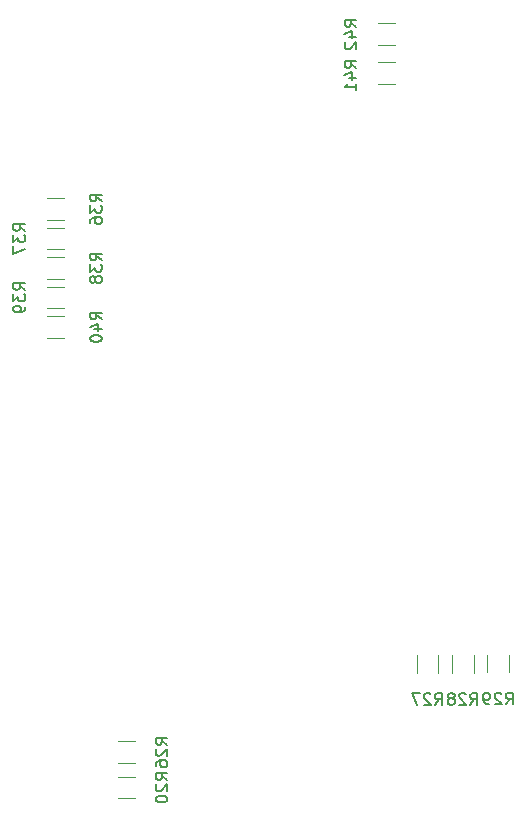
<source format=gbr>
%TF.GenerationSoftware,KiCad,Pcbnew,8.0.5*%
%TF.CreationDate,2025-01-28T10:33:54+01:00*%
%TF.ProjectId,PowerBoard,506f7765-7242-46f6-9172-642e6b696361,rev?*%
%TF.SameCoordinates,Original*%
%TF.FileFunction,Legend,Bot*%
%TF.FilePolarity,Positive*%
%FSLAX46Y46*%
G04 Gerber Fmt 4.6, Leading zero omitted, Abs format (unit mm)*
G04 Created by KiCad (PCBNEW 8.0.5) date 2025-01-28 10:33:54*
%MOMM*%
%LPD*%
G01*
G04 APERTURE LIST*
%ADD10C,0.150000*%
%ADD11C,0.120000*%
G04 APERTURE END LIST*
D10*
X160992319Y-38067142D02*
X160516128Y-37733809D01*
X160992319Y-37495714D02*
X159992319Y-37495714D01*
X159992319Y-37495714D02*
X159992319Y-37876666D01*
X159992319Y-37876666D02*
X160039938Y-37971904D01*
X160039938Y-37971904D02*
X160087557Y-38019523D01*
X160087557Y-38019523D02*
X160182795Y-38067142D01*
X160182795Y-38067142D02*
X160325652Y-38067142D01*
X160325652Y-38067142D02*
X160420890Y-38019523D01*
X160420890Y-38019523D02*
X160468509Y-37971904D01*
X160468509Y-37971904D02*
X160516128Y-37876666D01*
X160516128Y-37876666D02*
X160516128Y-37495714D01*
X160325652Y-38924285D02*
X160992319Y-38924285D01*
X159944700Y-38686190D02*
X160658985Y-38448095D01*
X160658985Y-38448095D02*
X160658985Y-39067142D01*
X160992319Y-39971904D02*
X160992319Y-39400476D01*
X160992319Y-39686190D02*
X159992319Y-39686190D01*
X159992319Y-39686190D02*
X160135176Y-39590952D01*
X160135176Y-39590952D02*
X160230414Y-39495714D01*
X160230414Y-39495714D02*
X160278033Y-39400476D01*
X173642857Y-91954819D02*
X173976190Y-91478628D01*
X174214285Y-91954819D02*
X174214285Y-90954819D01*
X174214285Y-90954819D02*
X173833333Y-90954819D01*
X173833333Y-90954819D02*
X173738095Y-91002438D01*
X173738095Y-91002438D02*
X173690476Y-91050057D01*
X173690476Y-91050057D02*
X173642857Y-91145295D01*
X173642857Y-91145295D02*
X173642857Y-91288152D01*
X173642857Y-91288152D02*
X173690476Y-91383390D01*
X173690476Y-91383390D02*
X173738095Y-91431009D01*
X173738095Y-91431009D02*
X173833333Y-91478628D01*
X173833333Y-91478628D02*
X174214285Y-91478628D01*
X173261904Y-91050057D02*
X173214285Y-91002438D01*
X173214285Y-91002438D02*
X173119047Y-90954819D01*
X173119047Y-90954819D02*
X172880952Y-90954819D01*
X172880952Y-90954819D02*
X172785714Y-91002438D01*
X172785714Y-91002438D02*
X172738095Y-91050057D01*
X172738095Y-91050057D02*
X172690476Y-91145295D01*
X172690476Y-91145295D02*
X172690476Y-91240533D01*
X172690476Y-91240533D02*
X172738095Y-91383390D01*
X172738095Y-91383390D02*
X173309523Y-91954819D01*
X173309523Y-91954819D02*
X172690476Y-91954819D01*
X172214285Y-91954819D02*
X172023809Y-91954819D01*
X172023809Y-91954819D02*
X171928571Y-91907200D01*
X171928571Y-91907200D02*
X171880952Y-91859580D01*
X171880952Y-91859580D02*
X171785714Y-91716723D01*
X171785714Y-91716723D02*
X171738095Y-91526247D01*
X171738095Y-91526247D02*
X171738095Y-91145295D01*
X171738095Y-91145295D02*
X171785714Y-91050057D01*
X171785714Y-91050057D02*
X171833333Y-91002438D01*
X171833333Y-91002438D02*
X171928571Y-90954819D01*
X171928571Y-90954819D02*
X172119047Y-90954819D01*
X172119047Y-90954819D02*
X172214285Y-91002438D01*
X172214285Y-91002438D02*
X172261904Y-91050057D01*
X172261904Y-91050057D02*
X172309523Y-91145295D01*
X172309523Y-91145295D02*
X172309523Y-91383390D01*
X172309523Y-91383390D02*
X172261904Y-91478628D01*
X172261904Y-91478628D02*
X172214285Y-91526247D01*
X172214285Y-91526247D02*
X172119047Y-91573866D01*
X172119047Y-91573866D02*
X171928571Y-91573866D01*
X171928571Y-91573866D02*
X171833333Y-91526247D01*
X171833333Y-91526247D02*
X171785714Y-91478628D01*
X171785714Y-91478628D02*
X171738095Y-91383390D01*
X139454819Y-54357142D02*
X138978628Y-54023809D01*
X139454819Y-53785714D02*
X138454819Y-53785714D01*
X138454819Y-53785714D02*
X138454819Y-54166666D01*
X138454819Y-54166666D02*
X138502438Y-54261904D01*
X138502438Y-54261904D02*
X138550057Y-54309523D01*
X138550057Y-54309523D02*
X138645295Y-54357142D01*
X138645295Y-54357142D02*
X138788152Y-54357142D01*
X138788152Y-54357142D02*
X138883390Y-54309523D01*
X138883390Y-54309523D02*
X138931009Y-54261904D01*
X138931009Y-54261904D02*
X138978628Y-54166666D01*
X138978628Y-54166666D02*
X138978628Y-53785714D01*
X138454819Y-54690476D02*
X138454819Y-55309523D01*
X138454819Y-55309523D02*
X138835771Y-54976190D01*
X138835771Y-54976190D02*
X138835771Y-55119047D01*
X138835771Y-55119047D02*
X138883390Y-55214285D01*
X138883390Y-55214285D02*
X138931009Y-55261904D01*
X138931009Y-55261904D02*
X139026247Y-55309523D01*
X139026247Y-55309523D02*
X139264342Y-55309523D01*
X139264342Y-55309523D02*
X139359580Y-55261904D01*
X139359580Y-55261904D02*
X139407200Y-55214285D01*
X139407200Y-55214285D02*
X139454819Y-55119047D01*
X139454819Y-55119047D02*
X139454819Y-54833333D01*
X139454819Y-54833333D02*
X139407200Y-54738095D01*
X139407200Y-54738095D02*
X139359580Y-54690476D01*
X138883390Y-55880952D02*
X138835771Y-55785714D01*
X138835771Y-55785714D02*
X138788152Y-55738095D01*
X138788152Y-55738095D02*
X138692914Y-55690476D01*
X138692914Y-55690476D02*
X138645295Y-55690476D01*
X138645295Y-55690476D02*
X138550057Y-55738095D01*
X138550057Y-55738095D02*
X138502438Y-55785714D01*
X138502438Y-55785714D02*
X138454819Y-55880952D01*
X138454819Y-55880952D02*
X138454819Y-56071428D01*
X138454819Y-56071428D02*
X138502438Y-56166666D01*
X138502438Y-56166666D02*
X138550057Y-56214285D01*
X138550057Y-56214285D02*
X138645295Y-56261904D01*
X138645295Y-56261904D02*
X138692914Y-56261904D01*
X138692914Y-56261904D02*
X138788152Y-56214285D01*
X138788152Y-56214285D02*
X138835771Y-56166666D01*
X138835771Y-56166666D02*
X138883390Y-56071428D01*
X138883390Y-56071428D02*
X138883390Y-55880952D01*
X138883390Y-55880952D02*
X138931009Y-55785714D01*
X138931009Y-55785714D02*
X138978628Y-55738095D01*
X138978628Y-55738095D02*
X139073866Y-55690476D01*
X139073866Y-55690476D02*
X139264342Y-55690476D01*
X139264342Y-55690476D02*
X139359580Y-55738095D01*
X139359580Y-55738095D02*
X139407200Y-55785714D01*
X139407200Y-55785714D02*
X139454819Y-55880952D01*
X139454819Y-55880952D02*
X139454819Y-56071428D01*
X139454819Y-56071428D02*
X139407200Y-56166666D01*
X139407200Y-56166666D02*
X139359580Y-56214285D01*
X139359580Y-56214285D02*
X139264342Y-56261904D01*
X139264342Y-56261904D02*
X139073866Y-56261904D01*
X139073866Y-56261904D02*
X138978628Y-56214285D01*
X138978628Y-56214285D02*
X138931009Y-56166666D01*
X138931009Y-56166666D02*
X138883390Y-56071428D01*
X167642857Y-91992319D02*
X167976190Y-91516128D01*
X168214285Y-91992319D02*
X168214285Y-90992319D01*
X168214285Y-90992319D02*
X167833333Y-90992319D01*
X167833333Y-90992319D02*
X167738095Y-91039938D01*
X167738095Y-91039938D02*
X167690476Y-91087557D01*
X167690476Y-91087557D02*
X167642857Y-91182795D01*
X167642857Y-91182795D02*
X167642857Y-91325652D01*
X167642857Y-91325652D02*
X167690476Y-91420890D01*
X167690476Y-91420890D02*
X167738095Y-91468509D01*
X167738095Y-91468509D02*
X167833333Y-91516128D01*
X167833333Y-91516128D02*
X168214285Y-91516128D01*
X167261904Y-91087557D02*
X167214285Y-91039938D01*
X167214285Y-91039938D02*
X167119047Y-90992319D01*
X167119047Y-90992319D02*
X166880952Y-90992319D01*
X166880952Y-90992319D02*
X166785714Y-91039938D01*
X166785714Y-91039938D02*
X166738095Y-91087557D01*
X166738095Y-91087557D02*
X166690476Y-91182795D01*
X166690476Y-91182795D02*
X166690476Y-91278033D01*
X166690476Y-91278033D02*
X166738095Y-91420890D01*
X166738095Y-91420890D02*
X167309523Y-91992319D01*
X167309523Y-91992319D02*
X166690476Y-91992319D01*
X166357142Y-90992319D02*
X165690476Y-90992319D01*
X165690476Y-90992319D02*
X166119047Y-91992319D01*
X170642857Y-91992319D02*
X170976190Y-91516128D01*
X171214285Y-91992319D02*
X171214285Y-90992319D01*
X171214285Y-90992319D02*
X170833333Y-90992319D01*
X170833333Y-90992319D02*
X170738095Y-91039938D01*
X170738095Y-91039938D02*
X170690476Y-91087557D01*
X170690476Y-91087557D02*
X170642857Y-91182795D01*
X170642857Y-91182795D02*
X170642857Y-91325652D01*
X170642857Y-91325652D02*
X170690476Y-91420890D01*
X170690476Y-91420890D02*
X170738095Y-91468509D01*
X170738095Y-91468509D02*
X170833333Y-91516128D01*
X170833333Y-91516128D02*
X171214285Y-91516128D01*
X170261904Y-91087557D02*
X170214285Y-91039938D01*
X170214285Y-91039938D02*
X170119047Y-90992319D01*
X170119047Y-90992319D02*
X169880952Y-90992319D01*
X169880952Y-90992319D02*
X169785714Y-91039938D01*
X169785714Y-91039938D02*
X169738095Y-91087557D01*
X169738095Y-91087557D02*
X169690476Y-91182795D01*
X169690476Y-91182795D02*
X169690476Y-91278033D01*
X169690476Y-91278033D02*
X169738095Y-91420890D01*
X169738095Y-91420890D02*
X170309523Y-91992319D01*
X170309523Y-91992319D02*
X169690476Y-91992319D01*
X169119047Y-91420890D02*
X169214285Y-91373271D01*
X169214285Y-91373271D02*
X169261904Y-91325652D01*
X169261904Y-91325652D02*
X169309523Y-91230414D01*
X169309523Y-91230414D02*
X169309523Y-91182795D01*
X169309523Y-91182795D02*
X169261904Y-91087557D01*
X169261904Y-91087557D02*
X169214285Y-91039938D01*
X169214285Y-91039938D02*
X169119047Y-90992319D01*
X169119047Y-90992319D02*
X168928571Y-90992319D01*
X168928571Y-90992319D02*
X168833333Y-91039938D01*
X168833333Y-91039938D02*
X168785714Y-91087557D01*
X168785714Y-91087557D02*
X168738095Y-91182795D01*
X168738095Y-91182795D02*
X168738095Y-91230414D01*
X168738095Y-91230414D02*
X168785714Y-91325652D01*
X168785714Y-91325652D02*
X168833333Y-91373271D01*
X168833333Y-91373271D02*
X168928571Y-91420890D01*
X168928571Y-91420890D02*
X169119047Y-91420890D01*
X169119047Y-91420890D02*
X169214285Y-91468509D01*
X169214285Y-91468509D02*
X169261904Y-91516128D01*
X169261904Y-91516128D02*
X169309523Y-91611366D01*
X169309523Y-91611366D02*
X169309523Y-91801842D01*
X169309523Y-91801842D02*
X169261904Y-91897080D01*
X169261904Y-91897080D02*
X169214285Y-91944700D01*
X169214285Y-91944700D02*
X169119047Y-91992319D01*
X169119047Y-91992319D02*
X168928571Y-91992319D01*
X168928571Y-91992319D02*
X168833333Y-91944700D01*
X168833333Y-91944700D02*
X168785714Y-91897080D01*
X168785714Y-91897080D02*
X168738095Y-91801842D01*
X168738095Y-91801842D02*
X168738095Y-91611366D01*
X168738095Y-91611366D02*
X168785714Y-91516128D01*
X168785714Y-91516128D02*
X168833333Y-91468509D01*
X168833333Y-91468509D02*
X168928571Y-91420890D01*
X139454819Y-49357142D02*
X138978628Y-49023809D01*
X139454819Y-48785714D02*
X138454819Y-48785714D01*
X138454819Y-48785714D02*
X138454819Y-49166666D01*
X138454819Y-49166666D02*
X138502438Y-49261904D01*
X138502438Y-49261904D02*
X138550057Y-49309523D01*
X138550057Y-49309523D02*
X138645295Y-49357142D01*
X138645295Y-49357142D02*
X138788152Y-49357142D01*
X138788152Y-49357142D02*
X138883390Y-49309523D01*
X138883390Y-49309523D02*
X138931009Y-49261904D01*
X138931009Y-49261904D02*
X138978628Y-49166666D01*
X138978628Y-49166666D02*
X138978628Y-48785714D01*
X138454819Y-49690476D02*
X138454819Y-50309523D01*
X138454819Y-50309523D02*
X138835771Y-49976190D01*
X138835771Y-49976190D02*
X138835771Y-50119047D01*
X138835771Y-50119047D02*
X138883390Y-50214285D01*
X138883390Y-50214285D02*
X138931009Y-50261904D01*
X138931009Y-50261904D02*
X139026247Y-50309523D01*
X139026247Y-50309523D02*
X139264342Y-50309523D01*
X139264342Y-50309523D02*
X139359580Y-50261904D01*
X139359580Y-50261904D02*
X139407200Y-50214285D01*
X139407200Y-50214285D02*
X139454819Y-50119047D01*
X139454819Y-50119047D02*
X139454819Y-49833333D01*
X139454819Y-49833333D02*
X139407200Y-49738095D01*
X139407200Y-49738095D02*
X139359580Y-49690476D01*
X138454819Y-51166666D02*
X138454819Y-50976190D01*
X138454819Y-50976190D02*
X138502438Y-50880952D01*
X138502438Y-50880952D02*
X138550057Y-50833333D01*
X138550057Y-50833333D02*
X138692914Y-50738095D01*
X138692914Y-50738095D02*
X138883390Y-50690476D01*
X138883390Y-50690476D02*
X139264342Y-50690476D01*
X139264342Y-50690476D02*
X139359580Y-50738095D01*
X139359580Y-50738095D02*
X139407200Y-50785714D01*
X139407200Y-50785714D02*
X139454819Y-50880952D01*
X139454819Y-50880952D02*
X139454819Y-51071428D01*
X139454819Y-51071428D02*
X139407200Y-51166666D01*
X139407200Y-51166666D02*
X139359580Y-51214285D01*
X139359580Y-51214285D02*
X139264342Y-51261904D01*
X139264342Y-51261904D02*
X139026247Y-51261904D01*
X139026247Y-51261904D02*
X138931009Y-51214285D01*
X138931009Y-51214285D02*
X138883390Y-51166666D01*
X138883390Y-51166666D02*
X138835771Y-51071428D01*
X138835771Y-51071428D02*
X138835771Y-50880952D01*
X138835771Y-50880952D02*
X138883390Y-50785714D01*
X138883390Y-50785714D02*
X138931009Y-50738095D01*
X138931009Y-50738095D02*
X139026247Y-50690476D01*
X144992319Y-98357142D02*
X144516128Y-98023809D01*
X144992319Y-97785714D02*
X143992319Y-97785714D01*
X143992319Y-97785714D02*
X143992319Y-98166666D01*
X143992319Y-98166666D02*
X144039938Y-98261904D01*
X144039938Y-98261904D02*
X144087557Y-98309523D01*
X144087557Y-98309523D02*
X144182795Y-98357142D01*
X144182795Y-98357142D02*
X144325652Y-98357142D01*
X144325652Y-98357142D02*
X144420890Y-98309523D01*
X144420890Y-98309523D02*
X144468509Y-98261904D01*
X144468509Y-98261904D02*
X144516128Y-98166666D01*
X144516128Y-98166666D02*
X144516128Y-97785714D01*
X144087557Y-98738095D02*
X144039938Y-98785714D01*
X144039938Y-98785714D02*
X143992319Y-98880952D01*
X143992319Y-98880952D02*
X143992319Y-99119047D01*
X143992319Y-99119047D02*
X144039938Y-99214285D01*
X144039938Y-99214285D02*
X144087557Y-99261904D01*
X144087557Y-99261904D02*
X144182795Y-99309523D01*
X144182795Y-99309523D02*
X144278033Y-99309523D01*
X144278033Y-99309523D02*
X144420890Y-99261904D01*
X144420890Y-99261904D02*
X144992319Y-98690476D01*
X144992319Y-98690476D02*
X144992319Y-99309523D01*
X143992319Y-99928571D02*
X143992319Y-100023809D01*
X143992319Y-100023809D02*
X144039938Y-100119047D01*
X144039938Y-100119047D02*
X144087557Y-100166666D01*
X144087557Y-100166666D02*
X144182795Y-100214285D01*
X144182795Y-100214285D02*
X144373271Y-100261904D01*
X144373271Y-100261904D02*
X144611366Y-100261904D01*
X144611366Y-100261904D02*
X144801842Y-100214285D01*
X144801842Y-100214285D02*
X144897080Y-100166666D01*
X144897080Y-100166666D02*
X144944700Y-100119047D01*
X144944700Y-100119047D02*
X144992319Y-100023809D01*
X144992319Y-100023809D02*
X144992319Y-99928571D01*
X144992319Y-99928571D02*
X144944700Y-99833333D01*
X144944700Y-99833333D02*
X144897080Y-99785714D01*
X144897080Y-99785714D02*
X144801842Y-99738095D01*
X144801842Y-99738095D02*
X144611366Y-99690476D01*
X144611366Y-99690476D02*
X144373271Y-99690476D01*
X144373271Y-99690476D02*
X144182795Y-99738095D01*
X144182795Y-99738095D02*
X144087557Y-99785714D01*
X144087557Y-99785714D02*
X144039938Y-99833333D01*
X144039938Y-99833333D02*
X143992319Y-99928571D01*
X144992319Y-95357142D02*
X144516128Y-95023809D01*
X144992319Y-94785714D02*
X143992319Y-94785714D01*
X143992319Y-94785714D02*
X143992319Y-95166666D01*
X143992319Y-95166666D02*
X144039938Y-95261904D01*
X144039938Y-95261904D02*
X144087557Y-95309523D01*
X144087557Y-95309523D02*
X144182795Y-95357142D01*
X144182795Y-95357142D02*
X144325652Y-95357142D01*
X144325652Y-95357142D02*
X144420890Y-95309523D01*
X144420890Y-95309523D02*
X144468509Y-95261904D01*
X144468509Y-95261904D02*
X144516128Y-95166666D01*
X144516128Y-95166666D02*
X144516128Y-94785714D01*
X144087557Y-95738095D02*
X144039938Y-95785714D01*
X144039938Y-95785714D02*
X143992319Y-95880952D01*
X143992319Y-95880952D02*
X143992319Y-96119047D01*
X143992319Y-96119047D02*
X144039938Y-96214285D01*
X144039938Y-96214285D02*
X144087557Y-96261904D01*
X144087557Y-96261904D02*
X144182795Y-96309523D01*
X144182795Y-96309523D02*
X144278033Y-96309523D01*
X144278033Y-96309523D02*
X144420890Y-96261904D01*
X144420890Y-96261904D02*
X144992319Y-95690476D01*
X144992319Y-95690476D02*
X144992319Y-96309523D01*
X143992319Y-97166666D02*
X143992319Y-96976190D01*
X143992319Y-96976190D02*
X144039938Y-96880952D01*
X144039938Y-96880952D02*
X144087557Y-96833333D01*
X144087557Y-96833333D02*
X144230414Y-96738095D01*
X144230414Y-96738095D02*
X144420890Y-96690476D01*
X144420890Y-96690476D02*
X144801842Y-96690476D01*
X144801842Y-96690476D02*
X144897080Y-96738095D01*
X144897080Y-96738095D02*
X144944700Y-96785714D01*
X144944700Y-96785714D02*
X144992319Y-96880952D01*
X144992319Y-96880952D02*
X144992319Y-97071428D01*
X144992319Y-97071428D02*
X144944700Y-97166666D01*
X144944700Y-97166666D02*
X144897080Y-97214285D01*
X144897080Y-97214285D02*
X144801842Y-97261904D01*
X144801842Y-97261904D02*
X144563747Y-97261904D01*
X144563747Y-97261904D02*
X144468509Y-97214285D01*
X144468509Y-97214285D02*
X144420890Y-97166666D01*
X144420890Y-97166666D02*
X144373271Y-97071428D01*
X144373271Y-97071428D02*
X144373271Y-96880952D01*
X144373271Y-96880952D02*
X144420890Y-96785714D01*
X144420890Y-96785714D02*
X144468509Y-96738095D01*
X144468509Y-96738095D02*
X144563747Y-96690476D01*
X160992319Y-34567142D02*
X160516128Y-34233809D01*
X160992319Y-33995714D02*
X159992319Y-33995714D01*
X159992319Y-33995714D02*
X159992319Y-34376666D01*
X159992319Y-34376666D02*
X160039938Y-34471904D01*
X160039938Y-34471904D02*
X160087557Y-34519523D01*
X160087557Y-34519523D02*
X160182795Y-34567142D01*
X160182795Y-34567142D02*
X160325652Y-34567142D01*
X160325652Y-34567142D02*
X160420890Y-34519523D01*
X160420890Y-34519523D02*
X160468509Y-34471904D01*
X160468509Y-34471904D02*
X160516128Y-34376666D01*
X160516128Y-34376666D02*
X160516128Y-33995714D01*
X160325652Y-35424285D02*
X160992319Y-35424285D01*
X159944700Y-35186190D02*
X160658985Y-34948095D01*
X160658985Y-34948095D02*
X160658985Y-35567142D01*
X160087557Y-35900476D02*
X160039938Y-35948095D01*
X160039938Y-35948095D02*
X159992319Y-36043333D01*
X159992319Y-36043333D02*
X159992319Y-36281428D01*
X159992319Y-36281428D02*
X160039938Y-36376666D01*
X160039938Y-36376666D02*
X160087557Y-36424285D01*
X160087557Y-36424285D02*
X160182795Y-36471904D01*
X160182795Y-36471904D02*
X160278033Y-36471904D01*
X160278033Y-36471904D02*
X160420890Y-36424285D01*
X160420890Y-36424285D02*
X160992319Y-35852857D01*
X160992319Y-35852857D02*
X160992319Y-36471904D01*
X132954819Y-51857142D02*
X132478628Y-51523809D01*
X132954819Y-51285714D02*
X131954819Y-51285714D01*
X131954819Y-51285714D02*
X131954819Y-51666666D01*
X131954819Y-51666666D02*
X132002438Y-51761904D01*
X132002438Y-51761904D02*
X132050057Y-51809523D01*
X132050057Y-51809523D02*
X132145295Y-51857142D01*
X132145295Y-51857142D02*
X132288152Y-51857142D01*
X132288152Y-51857142D02*
X132383390Y-51809523D01*
X132383390Y-51809523D02*
X132431009Y-51761904D01*
X132431009Y-51761904D02*
X132478628Y-51666666D01*
X132478628Y-51666666D02*
X132478628Y-51285714D01*
X131954819Y-52190476D02*
X131954819Y-52809523D01*
X131954819Y-52809523D02*
X132335771Y-52476190D01*
X132335771Y-52476190D02*
X132335771Y-52619047D01*
X132335771Y-52619047D02*
X132383390Y-52714285D01*
X132383390Y-52714285D02*
X132431009Y-52761904D01*
X132431009Y-52761904D02*
X132526247Y-52809523D01*
X132526247Y-52809523D02*
X132764342Y-52809523D01*
X132764342Y-52809523D02*
X132859580Y-52761904D01*
X132859580Y-52761904D02*
X132907200Y-52714285D01*
X132907200Y-52714285D02*
X132954819Y-52619047D01*
X132954819Y-52619047D02*
X132954819Y-52333333D01*
X132954819Y-52333333D02*
X132907200Y-52238095D01*
X132907200Y-52238095D02*
X132859580Y-52190476D01*
X131954819Y-53142857D02*
X131954819Y-53809523D01*
X131954819Y-53809523D02*
X132954819Y-53380952D01*
X139454819Y-59357142D02*
X138978628Y-59023809D01*
X139454819Y-58785714D02*
X138454819Y-58785714D01*
X138454819Y-58785714D02*
X138454819Y-59166666D01*
X138454819Y-59166666D02*
X138502438Y-59261904D01*
X138502438Y-59261904D02*
X138550057Y-59309523D01*
X138550057Y-59309523D02*
X138645295Y-59357142D01*
X138645295Y-59357142D02*
X138788152Y-59357142D01*
X138788152Y-59357142D02*
X138883390Y-59309523D01*
X138883390Y-59309523D02*
X138931009Y-59261904D01*
X138931009Y-59261904D02*
X138978628Y-59166666D01*
X138978628Y-59166666D02*
X138978628Y-58785714D01*
X138788152Y-60214285D02*
X139454819Y-60214285D01*
X138407200Y-59976190D02*
X139121485Y-59738095D01*
X139121485Y-59738095D02*
X139121485Y-60357142D01*
X138454819Y-60928571D02*
X138454819Y-61023809D01*
X138454819Y-61023809D02*
X138502438Y-61119047D01*
X138502438Y-61119047D02*
X138550057Y-61166666D01*
X138550057Y-61166666D02*
X138645295Y-61214285D01*
X138645295Y-61214285D02*
X138835771Y-61261904D01*
X138835771Y-61261904D02*
X139073866Y-61261904D01*
X139073866Y-61261904D02*
X139264342Y-61214285D01*
X139264342Y-61214285D02*
X139359580Y-61166666D01*
X139359580Y-61166666D02*
X139407200Y-61119047D01*
X139407200Y-61119047D02*
X139454819Y-61023809D01*
X139454819Y-61023809D02*
X139454819Y-60928571D01*
X139454819Y-60928571D02*
X139407200Y-60833333D01*
X139407200Y-60833333D02*
X139359580Y-60785714D01*
X139359580Y-60785714D02*
X139264342Y-60738095D01*
X139264342Y-60738095D02*
X139073866Y-60690476D01*
X139073866Y-60690476D02*
X138835771Y-60690476D01*
X138835771Y-60690476D02*
X138645295Y-60738095D01*
X138645295Y-60738095D02*
X138550057Y-60785714D01*
X138550057Y-60785714D02*
X138502438Y-60833333D01*
X138502438Y-60833333D02*
X138454819Y-60928571D01*
X132954819Y-56857142D02*
X132478628Y-56523809D01*
X132954819Y-56285714D02*
X131954819Y-56285714D01*
X131954819Y-56285714D02*
X131954819Y-56666666D01*
X131954819Y-56666666D02*
X132002438Y-56761904D01*
X132002438Y-56761904D02*
X132050057Y-56809523D01*
X132050057Y-56809523D02*
X132145295Y-56857142D01*
X132145295Y-56857142D02*
X132288152Y-56857142D01*
X132288152Y-56857142D02*
X132383390Y-56809523D01*
X132383390Y-56809523D02*
X132431009Y-56761904D01*
X132431009Y-56761904D02*
X132478628Y-56666666D01*
X132478628Y-56666666D02*
X132478628Y-56285714D01*
X131954819Y-57190476D02*
X131954819Y-57809523D01*
X131954819Y-57809523D02*
X132335771Y-57476190D01*
X132335771Y-57476190D02*
X132335771Y-57619047D01*
X132335771Y-57619047D02*
X132383390Y-57714285D01*
X132383390Y-57714285D02*
X132431009Y-57761904D01*
X132431009Y-57761904D02*
X132526247Y-57809523D01*
X132526247Y-57809523D02*
X132764342Y-57809523D01*
X132764342Y-57809523D02*
X132859580Y-57761904D01*
X132859580Y-57761904D02*
X132907200Y-57714285D01*
X132907200Y-57714285D02*
X132954819Y-57619047D01*
X132954819Y-57619047D02*
X132954819Y-57333333D01*
X132954819Y-57333333D02*
X132907200Y-57238095D01*
X132907200Y-57238095D02*
X132859580Y-57190476D01*
X132954819Y-58285714D02*
X132954819Y-58476190D01*
X132954819Y-58476190D02*
X132907200Y-58571428D01*
X132907200Y-58571428D02*
X132859580Y-58619047D01*
X132859580Y-58619047D02*
X132716723Y-58714285D01*
X132716723Y-58714285D02*
X132526247Y-58761904D01*
X132526247Y-58761904D02*
X132145295Y-58761904D01*
X132145295Y-58761904D02*
X132050057Y-58714285D01*
X132050057Y-58714285D02*
X132002438Y-58666666D01*
X132002438Y-58666666D02*
X131954819Y-58571428D01*
X131954819Y-58571428D02*
X131954819Y-58380952D01*
X131954819Y-58380952D02*
X132002438Y-58285714D01*
X132002438Y-58285714D02*
X132050057Y-58238095D01*
X132050057Y-58238095D02*
X132145295Y-58190476D01*
X132145295Y-58190476D02*
X132383390Y-58190476D01*
X132383390Y-58190476D02*
X132478628Y-58238095D01*
X132478628Y-58238095D02*
X132526247Y-58285714D01*
X132526247Y-58285714D02*
X132573866Y-58380952D01*
X132573866Y-58380952D02*
X132573866Y-58571428D01*
X132573866Y-58571428D02*
X132526247Y-58666666D01*
X132526247Y-58666666D02*
X132478628Y-58714285D01*
X132478628Y-58714285D02*
X132383390Y-58761904D01*
D11*
%TO.C,R41*%
X164264564Y-37590000D02*
X162810436Y-37590000D01*
X164264564Y-39410000D02*
X162810436Y-39410000D01*
%TO.C,R29*%
X172090000Y-87772936D02*
X172090000Y-89227064D01*
X173910000Y-87772936D02*
X173910000Y-89227064D01*
%TO.C,R38*%
X136227064Y-54090000D02*
X134772936Y-54090000D01*
X136227064Y-55910000D02*
X134772936Y-55910000D01*
%TO.C,R27*%
X166090000Y-87810436D02*
X166090000Y-89264564D01*
X167910000Y-87810436D02*
X167910000Y-89264564D01*
%TO.C,R28*%
X169090000Y-87810436D02*
X169090000Y-89264564D01*
X170910000Y-87810436D02*
X170910000Y-89264564D01*
%TO.C,R36*%
X136227064Y-49090000D02*
X134772936Y-49090000D01*
X136227064Y-50910000D02*
X134772936Y-50910000D01*
%TO.C,R20*%
X140810436Y-98090000D02*
X142264564Y-98090000D01*
X140810436Y-99910000D02*
X142264564Y-99910000D01*
%TO.C,R26*%
X140810436Y-95090000D02*
X142264564Y-95090000D01*
X140810436Y-96910000D02*
X142264564Y-96910000D01*
%TO.C,R42*%
X164302064Y-34300000D02*
X162847936Y-34300000D01*
X164302064Y-36120000D02*
X162847936Y-36120000D01*
%TO.C,R37*%
X136227064Y-51590000D02*
X134772936Y-51590000D01*
X136227064Y-53410000D02*
X134772936Y-53410000D01*
%TO.C,R40*%
X136227064Y-59090000D02*
X134772936Y-59090000D01*
X136227064Y-60910000D02*
X134772936Y-60910000D01*
%TO.C,R39*%
X136264564Y-56590000D02*
X134810436Y-56590000D01*
X136264564Y-58410000D02*
X134810436Y-58410000D01*
%TD*%
M02*

</source>
